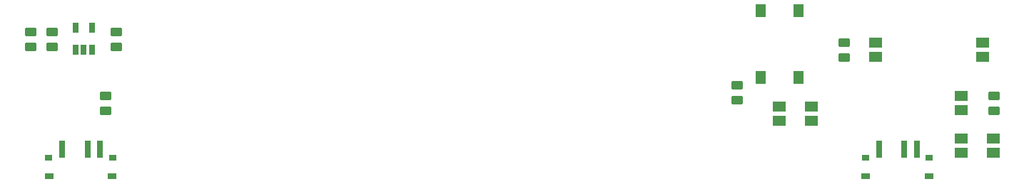
<source format=gbr>
G04 EAGLE Gerber X2 export*
%TF.Part,Single*%
%TF.FileFunction,Paste,Top*%
%TF.FilePolarity,Positive*%
%TF.GenerationSoftware,Autodesk,EAGLE,9.1.3*%
%TF.CreationDate,2019-10-04T04:58:18Z*%
G75*
%MOMM*%
%FSLAX34Y34*%
%LPD*%
%AMOC8*
5,1,8,0,0,1.08239X$1,22.5*%
G01*
%ADD10R,0.690000X1.200000*%
%ADD11C,0.254000*%
%ADD12R,0.800000X2.000000*%
%ADD13R,0.900000X0.800000*%
%ADD14R,1.000000X0.800000*%
%ADD15R,1.500000X1.300000*%
%ADD16R,1.300000X1.550000*%


D10*
X117500Y164799D03*
X127000Y164799D03*
X136500Y164799D03*
X136500Y190801D03*
X117500Y190801D03*
D11*
X94615Y172720D02*
X94615Y165100D01*
X83185Y165100D01*
X83185Y172720D01*
X94615Y172720D01*
X94615Y167513D02*
X83185Y167513D01*
X83185Y169926D02*
X94615Y169926D01*
X94615Y172339D02*
X83185Y172339D01*
X94615Y182880D02*
X94615Y190500D01*
X94615Y182880D02*
X83185Y182880D01*
X83185Y190500D01*
X94615Y190500D01*
X94615Y185293D02*
X83185Y185293D01*
X83185Y187706D02*
X94615Y187706D01*
X94615Y190119D02*
X83185Y190119D01*
X170815Y172720D02*
X170815Y165100D01*
X159385Y165100D01*
X159385Y172720D01*
X170815Y172720D01*
X170815Y167513D02*
X159385Y167513D01*
X159385Y169926D02*
X170815Y169926D01*
X170815Y172339D02*
X159385Y172339D01*
X170815Y182880D02*
X170815Y190500D01*
X170815Y182880D02*
X159385Y182880D01*
X159385Y190500D01*
X170815Y190500D01*
X170815Y185293D02*
X159385Y185293D01*
X159385Y187706D02*
X170815Y187706D01*
X170815Y190119D02*
X159385Y190119D01*
X158115Y96520D02*
X158115Y88900D01*
X146685Y88900D01*
X146685Y96520D01*
X158115Y96520D01*
X158115Y91313D02*
X146685Y91313D01*
X146685Y93726D02*
X158115Y93726D01*
X158115Y96139D02*
X146685Y96139D01*
X158115Y106680D02*
X158115Y114300D01*
X158115Y106680D02*
X146685Y106680D01*
X146685Y114300D01*
X158115Y114300D01*
X158115Y109093D02*
X146685Y109093D01*
X146685Y111506D02*
X158115Y111506D01*
X158115Y113919D02*
X146685Y113919D01*
X907415Y109220D02*
X907415Y101600D01*
X895985Y101600D01*
X895985Y109220D01*
X907415Y109220D01*
X907415Y104013D02*
X895985Y104013D01*
X895985Y106426D02*
X907415Y106426D01*
X907415Y108839D02*
X895985Y108839D01*
X907415Y119380D02*
X907415Y127000D01*
X907415Y119380D02*
X895985Y119380D01*
X895985Y127000D01*
X907415Y127000D01*
X907415Y121793D02*
X895985Y121793D01*
X895985Y124206D02*
X907415Y124206D01*
X907415Y126619D02*
X895985Y126619D01*
X69215Y165100D02*
X69215Y172720D01*
X69215Y165100D02*
X57785Y165100D01*
X57785Y172720D01*
X69215Y172720D01*
X69215Y167513D02*
X57785Y167513D01*
X57785Y169926D02*
X69215Y169926D01*
X69215Y172339D02*
X57785Y172339D01*
X69215Y182880D02*
X69215Y190500D01*
X69215Y182880D02*
X57785Y182880D01*
X57785Y190500D01*
X69215Y190500D01*
X69215Y185293D02*
X57785Y185293D01*
X57785Y187706D02*
X69215Y187706D01*
X69215Y190119D02*
X57785Y190119D01*
X1200785Y114300D02*
X1200785Y106680D01*
X1200785Y114300D02*
X1212215Y114300D01*
X1212215Y106680D01*
X1200785Y106680D01*
X1200785Y109093D02*
X1212215Y109093D01*
X1212215Y111506D02*
X1200785Y111506D01*
X1200785Y113919D02*
X1212215Y113919D01*
X1200785Y96520D02*
X1200785Y88900D01*
X1200785Y96520D02*
X1212215Y96520D01*
X1212215Y88900D01*
X1200785Y88900D01*
X1200785Y91313D02*
X1212215Y91313D01*
X1212215Y93726D02*
X1200785Y93726D01*
X1200785Y96139D02*
X1212215Y96139D01*
D12*
X131420Y46400D03*
D13*
X85190Y36650D03*
D14*
X85690Y14150D03*
D13*
X161190Y36650D03*
D14*
X160690Y14150D03*
D12*
X101420Y46400D03*
X146420Y46400D03*
D15*
X1066800Y156600D03*
X1066800Y173600D03*
X1193800Y156600D03*
X1193800Y173600D03*
X1168400Y93100D03*
X1168400Y110100D03*
X1206500Y42300D03*
X1206500Y59300D03*
X1168400Y42300D03*
X1168400Y59300D03*
D11*
X1022985Y170180D02*
X1022985Y177800D01*
X1034415Y177800D01*
X1034415Y170180D01*
X1022985Y170180D01*
X1022985Y172593D02*
X1034415Y172593D01*
X1034415Y175006D02*
X1022985Y175006D01*
X1022985Y177419D02*
X1034415Y177419D01*
X1022985Y160020D02*
X1022985Y152400D01*
X1022985Y160020D02*
X1034415Y160020D01*
X1034415Y152400D01*
X1022985Y152400D01*
X1022985Y154813D02*
X1034415Y154813D01*
X1034415Y157226D02*
X1022985Y157226D01*
X1022985Y159639D02*
X1034415Y159639D01*
D16*
X930000Y211750D03*
X930000Y132250D03*
X975000Y211750D03*
X975000Y132250D03*
D15*
X952500Y97400D03*
X952500Y80400D03*
X990600Y97400D03*
X990600Y80400D03*
D12*
X1100430Y46400D03*
D13*
X1054200Y36650D03*
D14*
X1054700Y14150D03*
D13*
X1130200Y36650D03*
D14*
X1129700Y14150D03*
D12*
X1070430Y46400D03*
X1115430Y46400D03*
M02*

</source>
